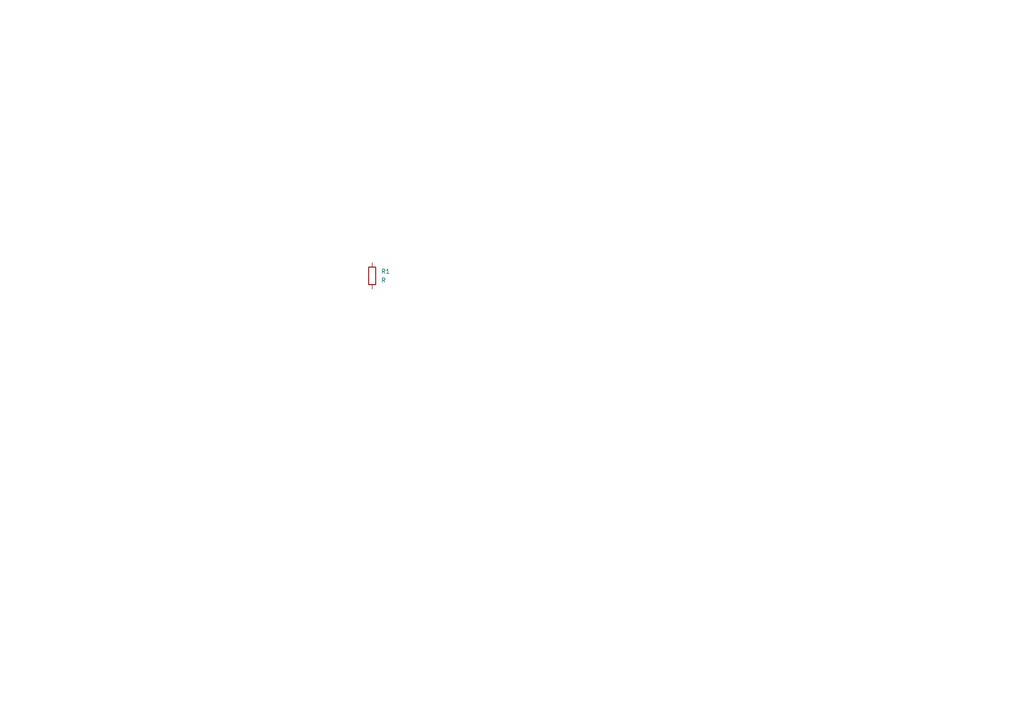
<source format=kicad_sch>
(kicad_sch (version 20231120) (generator "eeschema") (generator_version "8.0")
  (paper "A4")
  (lib_symbols
    (symbol "Device:R" (pin_numbers hide) (pin_names (offset 0))
      (property "Reference" "R" (at 2.032 0 90))
      (property "Value" "R" (at 0 0 90))
      (symbol "R_0_1"
        (rectangle (start -1.016 -2.54) (end 1.016 2.54) (stroke (width 0.254)))
      )
      (symbol "R_1_1"
        (pin passive line (at 0 3.81 270) (length 1.27) (name "~") (number "1"))
        (pin passive line (at 0 -3.81 90) (length 1.27) (name "~") (number "2"))
      )
    )
  )
  (symbol (lib_id "Device:R") (at 107.95 80.01 0) (unit 1)
    (property "Reference" "R1" (at 110.49 78.7399 0) (effects (justify left)))
    (property "Value" "R" (at 110.49 81.2799 0) (effects (justify left)))
    (property "Description" "Resistor" (effects (hide yes)))
  )
)
</source>
